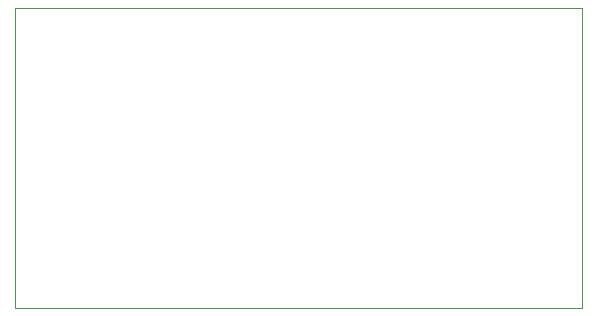
<source format=gm1>
%TF.GenerationSoftware,KiCad,Pcbnew,7.0.9*%
%TF.CreationDate,2024-05-05T23:45:12+02:00*%
%TF.ProjectId,esp32_c3_custom_board,65737033-325f-4633-935f-637573746f6d,rev?*%
%TF.SameCoordinates,Original*%
%TF.FileFunction,Profile,NP*%
%FSLAX46Y46*%
G04 Gerber Fmt 4.6, Leading zero omitted, Abs format (unit mm)*
G04 Created by KiCad (PCBNEW 7.0.9) date 2024-05-05 23:45:12*
%MOMM*%
%LPD*%
G01*
G04 APERTURE LIST*
%TA.AperFunction,Profile*%
%ADD10C,0.100000*%
%TD*%
G04 APERTURE END LIST*
D10*
X110540800Y-131114800D02*
X158597600Y-131114800D01*
X158597600Y-156514800D01*
X110540800Y-156514800D01*
X110540800Y-131114800D01*
M02*

</source>
